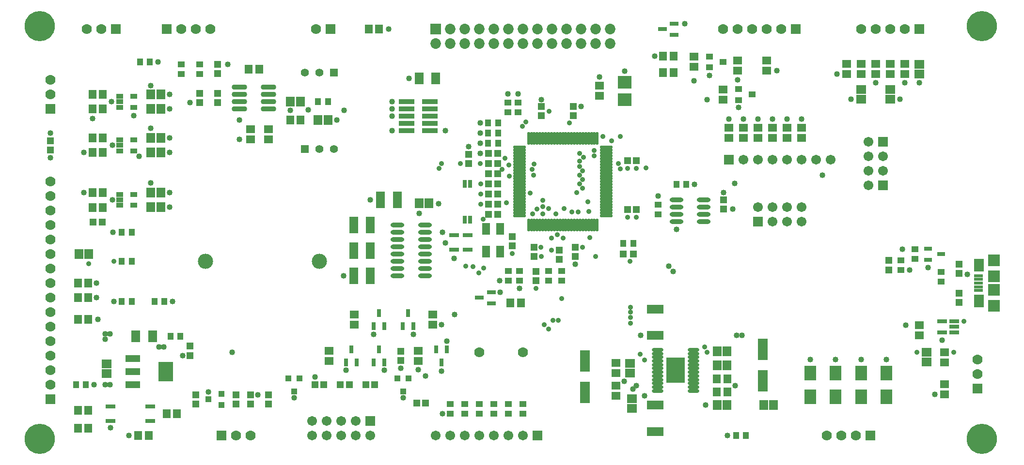
<source format=gts>
G04 Layer_Color=8388736*
%FSLAX25Y25*%
%MOIN*%
G70*
G01*
G75*
%ADD108R,0.04737X0.04343*%
%ADD109R,0.04737X0.04737*%
%ADD110R,0.05918X0.06706*%
%ADD111R,0.05524X0.06312*%
%ADD112R,0.06312X0.05524*%
%ADD113R,0.04343X0.04737*%
%ADD114O,0.10642X0.03556*%
%ADD115R,0.06706X0.03162*%
%ADD116R,0.06706X0.05918*%
%ADD117R,0.05918X0.07887*%
%ADD118R,0.04000X0.04000*%
%ADD119R,0.04000X0.04000*%
%ADD120R,0.04737X0.04737*%
%ADD121R,0.05131X0.03359*%
%ADD122R,0.05328X0.03162*%
%ADD123R,0.08280X0.07887*%
%ADD124R,0.06115X0.02375*%
%ADD125R,0.07099X0.09068*%
%ADD126R,0.08280X0.08280*%
%ADD127R,0.04737X0.05131*%
%ADD128R,0.05918X0.11430*%
%ADD129R,0.05918X0.03162*%
%ADD130R,0.09461X0.08674*%
%ADD131R,0.06509X0.02965*%
%ADD132R,0.03162X0.05524*%
%ADD133R,0.05524X0.07887*%
%ADD134O,0.09461X0.03162*%
%ADD135R,0.03162X0.05328*%
%ADD136R,0.05131X0.04737*%
%ADD137O,0.09068X0.01981*%
%ADD138O,0.01981X0.09068*%
%ADD139R,0.12611X0.17808*%
%ADD140O,0.07887X0.02572*%
%ADD141R,0.11430X0.06312*%
%ADD142R,0.07099X0.14579*%
%ADD143R,0.04540X0.04343*%
%ADD144R,0.04540X0.04343*%
%ADD145R,0.10249X0.04737*%
%ADD146R,0.10249X0.13792*%
%ADD147R,0.06509X0.02965*%
%ADD148R,0.06509X0.02965*%
%ADD149R,0.10642X0.03753*%
%ADD150R,0.07887X0.10249*%
%ADD151C,0.05524*%
%ADD152R,0.05524X0.05524*%
%ADD153C,0.07296*%
%ADD154R,0.07296X0.07296*%
%ADD155C,0.10446*%
%ADD156R,0.06706X0.06706*%
%ADD157C,0.06706*%
%ADD158C,0.20800*%
%ADD159C,0.03600*%
%ADD160R,0.06706X0.06706*%
%ADD161R,0.07000X0.07000*%
%ADD162C,0.07000*%
%ADD163R,0.07000X0.07000*%
%ADD164C,0.04001*%
%ADD165C,0.04000*%
G54D108*
X102500Y224153D02*
D03*
Y230847D02*
D03*
X90000Y224153D02*
D03*
Y230847D02*
D03*
X351500Y88346D02*
D03*
Y81653D02*
D03*
X342500Y88346D02*
D03*
Y81653D02*
D03*
X612500Y87846D02*
D03*
Y81154D02*
D03*
X594500Y103347D02*
D03*
Y96653D02*
D03*
X585000Y95846D02*
D03*
Y89153D02*
D03*
X285000Y-10000D02*
D03*
Y-3307D02*
D03*
X295000Y-10000D02*
D03*
Y-3307D02*
D03*
X305000Y-10000D02*
D03*
Y-3307D02*
D03*
X315000Y-10000D02*
D03*
Y-3307D02*
D03*
X325000Y-10000D02*
D03*
Y-3307D02*
D03*
X275000Y-10000D02*
D03*
Y-3307D02*
D03*
X314500Y197653D02*
D03*
Y204346D02*
D03*
X321500Y197653D02*
D03*
Y204346D02*
D03*
X418051Y134193D02*
D03*
Y127500D02*
D03*
X315000Y81653D02*
D03*
Y88346D02*
D03*
X322500Y81653D02*
D03*
Y88346D02*
D03*
G54D109*
X115000Y224350D02*
D03*
Y230650D02*
D03*
Y210650D02*
D03*
Y204350D02*
D03*
X102500Y210650D02*
D03*
Y204350D02*
D03*
X0Y178150D02*
D03*
Y171850D02*
D03*
X334000Y88150D02*
D03*
Y81850D02*
D03*
X350000Y96500D02*
D03*
Y102799D02*
D03*
X625000Y93150D02*
D03*
Y86850D02*
D03*
Y73150D02*
D03*
Y66850D02*
D03*
X137500Y-3150D02*
D03*
Y3150D02*
D03*
X127500Y-3150D02*
D03*
Y3150D02*
D03*
X100000Y-3150D02*
D03*
Y3150D02*
D03*
X150000Y3150D02*
D03*
Y-3150D02*
D03*
X361000Y104650D02*
D03*
Y98350D02*
D03*
X359500Y195350D02*
D03*
Y201650D02*
D03*
X337500Y195350D02*
D03*
Y201650D02*
D03*
X317500Y112150D02*
D03*
Y105850D02*
D03*
X332500Y104650D02*
D03*
Y98350D02*
D03*
X463051Y131201D02*
D03*
Y137500D02*
D03*
X241000Y26850D02*
D03*
Y33150D02*
D03*
X287500Y162500D02*
D03*
Y168799D02*
D03*
G54D110*
X165154Y205000D02*
D03*
X171846D02*
D03*
X184153Y192500D02*
D03*
X190847D02*
D03*
X26193Y100000D02*
D03*
X19500D02*
D03*
X69153Y170000D02*
D03*
X75846D02*
D03*
X75846Y180000D02*
D03*
X69153D02*
D03*
X69153Y200000D02*
D03*
X75846D02*
D03*
X75846Y210000D02*
D03*
X69153D02*
D03*
X69153Y132500D02*
D03*
X75846D02*
D03*
X75846Y142500D02*
D03*
X69153D02*
D03*
X253740Y135000D02*
D03*
X260433D02*
D03*
X497346Y-4000D02*
D03*
X490654D02*
D03*
X458653Y23500D02*
D03*
X465346D02*
D03*
X458653Y-4000D02*
D03*
X465346D02*
D03*
X465346Y33000D02*
D03*
X458653D02*
D03*
G54D111*
X143543Y227500D02*
D03*
X136457D02*
D03*
X172043Y192500D02*
D03*
X164957D02*
D03*
X26043Y-7500D02*
D03*
X18957D02*
D03*
X36043Y170000D02*
D03*
X28957D02*
D03*
X28957Y180000D02*
D03*
X36043D02*
D03*
X36043Y200000D02*
D03*
X28957D02*
D03*
X28957Y210000D02*
D03*
X36043D02*
D03*
X18957Y80000D02*
D03*
X26043D02*
D03*
X18957Y70000D02*
D03*
X26043D02*
D03*
X36043Y142500D02*
D03*
X28957D02*
D03*
X18957Y55000D02*
D03*
X26043D02*
D03*
X67500Y-25000D02*
D03*
X60413D02*
D03*
X28957Y132000D02*
D03*
X36043D02*
D03*
X87087Y-10000D02*
D03*
X80000D02*
D03*
X18957Y-20000D02*
D03*
X26043D02*
D03*
X428543Y236500D02*
D03*
X421457D02*
D03*
X421457Y225000D02*
D03*
X428543D02*
D03*
X458457Y5000D02*
D03*
X465543D02*
D03*
X465543Y14000D02*
D03*
X458457D02*
D03*
X323543Y66500D02*
D03*
X316457D02*
D03*
X226043Y255000D02*
D03*
X218957D02*
D03*
G54D112*
X137500Y178957D02*
D03*
Y186043D02*
D03*
X150000Y178957D02*
D03*
Y186043D02*
D03*
X597500Y51043D02*
D03*
Y43957D02*
D03*
X377500Y216043D02*
D03*
Y208957D02*
D03*
X209000Y51457D02*
D03*
Y58543D02*
D03*
X191500Y26457D02*
D03*
Y33543D02*
D03*
X263000Y58543D02*
D03*
Y51457D02*
D03*
X253000Y33543D02*
D03*
Y26457D02*
D03*
X389000Y17957D02*
D03*
Y25043D02*
D03*
X389000Y9500D02*
D03*
Y2413D02*
D03*
X615000Y25457D02*
D03*
Y32543D02*
D03*
X615000Y10543D02*
D03*
Y3457D02*
D03*
X442500Y228957D02*
D03*
Y236043D02*
D03*
X557500Y231043D02*
D03*
Y223957D02*
D03*
X462500Y206457D02*
D03*
Y213543D02*
D03*
X577500Y231043D02*
D03*
Y223957D02*
D03*
X466500Y180000D02*
D03*
Y187087D02*
D03*
X476500Y180000D02*
D03*
Y187087D02*
D03*
X486500Y180000D02*
D03*
Y187087D02*
D03*
X496500Y180000D02*
D03*
Y187087D02*
D03*
X506500Y180000D02*
D03*
Y187087D02*
D03*
X516500Y180000D02*
D03*
Y187087D02*
D03*
X472500Y226457D02*
D03*
Y233543D02*
D03*
X547500Y231043D02*
D03*
Y223957D02*
D03*
X567500Y231043D02*
D03*
Y223957D02*
D03*
X587500Y231043D02*
D03*
Y223957D02*
D03*
X492500Y226457D02*
D03*
Y233543D02*
D03*
G54D113*
X49154Y115000D02*
D03*
X55847D02*
D03*
X471654Y-25000D02*
D03*
X478346D02*
D03*
X78347Y67500D02*
D03*
X71653D02*
D03*
X17654Y10000D02*
D03*
X24347D02*
D03*
X68347Y232500D02*
D03*
X61654D02*
D03*
X55847Y67500D02*
D03*
X49154D02*
D03*
X49154Y95000D02*
D03*
X55847D02*
D03*
X184153Y205000D02*
D03*
X190847D02*
D03*
X430500Y148000D02*
D03*
X437193D02*
D03*
X307846Y176500D02*
D03*
X301153D02*
D03*
X307846Y190500D02*
D03*
X301153D02*
D03*
X307846Y183500D02*
D03*
X301153D02*
D03*
X394153Y107500D02*
D03*
X400846D02*
D03*
X82653Y43500D02*
D03*
X89346D02*
D03*
G54D114*
X150000Y200000D02*
D03*
Y205000D02*
D03*
Y210000D02*
D03*
Y215000D02*
D03*
X130000Y200000D02*
D03*
Y205000D02*
D03*
Y210000D02*
D03*
Y215000D02*
D03*
G54D115*
X41201Y-5000D02*
D03*
Y-15000D02*
D03*
X68761D02*
D03*
X68800Y-5000D02*
D03*
G54D116*
X602500Y25654D02*
D03*
Y32346D02*
D03*
X398500Y18154D02*
D03*
Y24846D02*
D03*
X400000Y347D02*
D03*
Y-6346D02*
D03*
X597500Y224153D02*
D03*
Y230847D02*
D03*
X557500Y206653D02*
D03*
Y213347D02*
D03*
X577500Y206653D02*
D03*
Y213347D02*
D03*
X38500Y17653D02*
D03*
Y24346D02*
D03*
G54D117*
X253583Y221000D02*
D03*
X265000D02*
D03*
X70209Y43500D02*
D03*
X58791D02*
D03*
G54D118*
X246250Y14500D02*
D03*
X238750D02*
D03*
X242500Y5500D02*
D03*
X171250Y14500D02*
D03*
X163750D02*
D03*
X167500Y5500D02*
D03*
G54D119*
X117500Y-3750D02*
D03*
Y3750D02*
D03*
X108500Y0D02*
D03*
G54D120*
X307650Y127500D02*
D03*
X301350D02*
D03*
X307650Y148500D02*
D03*
X301350D02*
D03*
X307650Y141500D02*
D03*
X301350D02*
D03*
X307650Y134500D02*
D03*
X301350D02*
D03*
X35650Y122000D02*
D03*
X29350D02*
D03*
X188150Y10000D02*
D03*
X181850D02*
D03*
X199350D02*
D03*
X205650D02*
D03*
X216850D02*
D03*
X223150D02*
D03*
X251850Y-2500D02*
D03*
X258150D02*
D03*
X307650Y162500D02*
D03*
X301350D02*
D03*
X307650Y155500D02*
D03*
X301350D02*
D03*
X307650Y169500D02*
D03*
X301350D02*
D03*
X396850Y164300D02*
D03*
X403150D02*
D03*
X396850Y130900D02*
D03*
X403150D02*
D03*
G54D121*
X57224Y178740D02*
D03*
Y171260D02*
D03*
X47776D02*
D03*
Y175000D02*
D03*
Y178740D02*
D03*
X57224Y208740D02*
D03*
Y201260D02*
D03*
X47776D02*
D03*
Y205000D02*
D03*
Y208740D02*
D03*
X57224Y141240D02*
D03*
Y133760D02*
D03*
X47776D02*
D03*
Y137500D02*
D03*
Y141240D02*
D03*
G54D122*
X612500Y100000D02*
D03*
X603642Y96260D02*
D03*
Y103740D02*
D03*
G54D123*
X648832Y95866D02*
D03*
Y64370D02*
D03*
G54D124*
X638300Y75000D02*
D03*
Y77559D02*
D03*
Y85236D02*
D03*
Y82677D02*
D03*
Y80118D02*
D03*
G54D125*
X638792Y67913D02*
D03*
Y92323D02*
D03*
G54D126*
X648832Y75394D02*
D03*
Y84842D02*
D03*
G54D127*
X576500Y89153D02*
D03*
Y95846D02*
D03*
X96000Y30154D02*
D03*
Y36846D02*
D03*
G54D128*
X220000Y85000D02*
D03*
X208583D02*
D03*
Y102500D02*
D03*
X220000D02*
D03*
X227083Y137500D02*
D03*
X238500D02*
D03*
X208583Y120000D02*
D03*
X220000D02*
D03*
G54D129*
X420866Y255000D02*
D03*
X429134Y258740D02*
D03*
Y251260D02*
D03*
X295000Y70000D02*
D03*
X303268Y73740D02*
D03*
Y66260D02*
D03*
G54D130*
X395000Y206594D02*
D03*
Y218406D02*
D03*
G54D131*
X287000Y113000D02*
D03*
X277748D02*
D03*
X287000Y103000D02*
D03*
X277748D02*
D03*
G54D132*
X285000Y148500D02*
D03*
Y123697D02*
D03*
X288543D02*
D03*
Y148500D02*
D03*
G54D133*
X309224Y117374D02*
D03*
Y101626D02*
D03*
X299776D02*
D03*
Y117374D02*
D03*
G54D134*
X449449Y122500D02*
D03*
Y127500D02*
D03*
Y132500D02*
D03*
Y137500D02*
D03*
X430551Y122500D02*
D03*
Y127500D02*
D03*
Y132500D02*
D03*
Y137500D02*
D03*
X257500Y85000D02*
D03*
Y90000D02*
D03*
Y95000D02*
D03*
Y100000D02*
D03*
Y105000D02*
D03*
Y110000D02*
D03*
Y115000D02*
D03*
Y120000D02*
D03*
X238602Y85000D02*
D03*
Y90000D02*
D03*
Y95000D02*
D03*
Y100000D02*
D03*
Y105000D02*
D03*
Y110000D02*
D03*
Y115000D02*
D03*
Y120000D02*
D03*
G54D135*
X226000Y59429D02*
D03*
X229740Y50571D02*
D03*
X222260D02*
D03*
X207000Y34429D02*
D03*
X210740Y25571D02*
D03*
X203260D02*
D03*
X246000Y59429D02*
D03*
X249740Y50571D02*
D03*
X242260D02*
D03*
X226000Y34429D02*
D03*
X229740Y25571D02*
D03*
X222260D02*
D03*
X269000Y25571D02*
D03*
X265260Y34429D02*
D03*
X272740D02*
D03*
G54D136*
X394153Y100000D02*
D03*
X400846D02*
D03*
G54D137*
X322579Y173622D02*
D03*
Y171653D02*
D03*
Y169685D02*
D03*
Y167717D02*
D03*
Y165748D02*
D03*
Y163779D02*
D03*
Y161811D02*
D03*
Y159843D02*
D03*
Y157874D02*
D03*
Y155905D02*
D03*
Y153937D02*
D03*
Y151969D02*
D03*
Y150000D02*
D03*
Y148031D02*
D03*
Y146063D02*
D03*
Y144095D02*
D03*
Y142126D02*
D03*
Y140157D02*
D03*
Y138189D02*
D03*
Y136221D02*
D03*
Y134252D02*
D03*
Y132283D02*
D03*
Y130315D02*
D03*
Y128347D02*
D03*
Y126378D02*
D03*
X382421D02*
D03*
Y128347D02*
D03*
Y130315D02*
D03*
Y132283D02*
D03*
Y134252D02*
D03*
Y136221D02*
D03*
Y138189D02*
D03*
Y140157D02*
D03*
Y142126D02*
D03*
Y144095D02*
D03*
Y146063D02*
D03*
Y148031D02*
D03*
Y150000D02*
D03*
Y151969D02*
D03*
Y153937D02*
D03*
Y155905D02*
D03*
Y157874D02*
D03*
Y159843D02*
D03*
Y161811D02*
D03*
Y163779D02*
D03*
Y165748D02*
D03*
Y167717D02*
D03*
Y169685D02*
D03*
Y171653D02*
D03*
Y173622D02*
D03*
G54D138*
X328878Y120079D02*
D03*
X330847D02*
D03*
X332815D02*
D03*
X334784D02*
D03*
X336752D02*
D03*
X338720D02*
D03*
X340689D02*
D03*
X342657D02*
D03*
X344626D02*
D03*
X346595D02*
D03*
X348563D02*
D03*
X350532D02*
D03*
X352500D02*
D03*
X354468D02*
D03*
X356437D02*
D03*
X358405D02*
D03*
X360374D02*
D03*
X362343D02*
D03*
X364311D02*
D03*
X366280D02*
D03*
X368248D02*
D03*
X370216D02*
D03*
X372185D02*
D03*
X374153D02*
D03*
X376122D02*
D03*
Y179921D02*
D03*
X374153D02*
D03*
X372185D02*
D03*
X370216D02*
D03*
X368248D02*
D03*
X366280D02*
D03*
X364311D02*
D03*
X362343D02*
D03*
X360374D02*
D03*
X358405D02*
D03*
X356437D02*
D03*
X354468D02*
D03*
X352500D02*
D03*
X350532D02*
D03*
X348563D02*
D03*
X346595D02*
D03*
X344626D02*
D03*
X342657D02*
D03*
X340689D02*
D03*
X338720D02*
D03*
X336752D02*
D03*
X334784D02*
D03*
X332815D02*
D03*
X330847D02*
D03*
X328878D02*
D03*
G54D139*
X430000Y20000D02*
D03*
G54D140*
X442205Y5925D02*
D03*
Y8484D02*
D03*
Y11043D02*
D03*
Y13602D02*
D03*
Y16161D02*
D03*
Y18721D02*
D03*
Y21280D02*
D03*
Y23839D02*
D03*
Y26398D02*
D03*
Y28957D02*
D03*
Y31516D02*
D03*
Y34075D02*
D03*
X417795Y5925D02*
D03*
Y8484D02*
D03*
Y11043D02*
D03*
Y13602D02*
D03*
Y16161D02*
D03*
Y18721D02*
D03*
Y21280D02*
D03*
Y23839D02*
D03*
Y26398D02*
D03*
Y28957D02*
D03*
Y31516D02*
D03*
Y34075D02*
D03*
G54D141*
X416000Y-4000D02*
D03*
Y-22110D02*
D03*
Y44000D02*
D03*
Y62110D02*
D03*
G54D142*
X490000Y12719D02*
D03*
Y34282D02*
D03*
X367500Y26281D02*
D03*
Y4719D02*
D03*
G54D143*
X453248Y236240D02*
D03*
Y228760D02*
D03*
X473248Y213740D02*
D03*
Y206260D02*
D03*
G54D144*
X462500Y232500D02*
D03*
X482500Y210000D02*
D03*
G54D145*
X56583Y28055D02*
D03*
Y19000D02*
D03*
Y9945D02*
D03*
G54D146*
X79417Y19000D02*
D03*
G54D147*
X621732Y46260D02*
D03*
G54D148*
X621732Y50000D02*
D03*
Y53740D02*
D03*
X613268D02*
D03*
Y46260D02*
D03*
G54D149*
X245000Y205000D02*
D03*
Y200000D02*
D03*
Y195000D02*
D03*
Y190000D02*
D03*
Y185000D02*
D03*
X261000D02*
D03*
Y190000D02*
D03*
Y195000D02*
D03*
Y200000D02*
D03*
Y205000D02*
D03*
G54D150*
X522500Y1929D02*
D03*
Y18071D02*
D03*
X575000Y1929D02*
D03*
Y18071D02*
D03*
X557500Y1929D02*
D03*
Y18071D02*
D03*
X540000Y1929D02*
D03*
Y18071D02*
D03*
G54D151*
X175000Y225000D02*
D03*
X185000D02*
D03*
X195000Y172500D02*
D03*
X185000D02*
D03*
G54D152*
X195000Y225000D02*
D03*
X175000Y172500D02*
D03*
G54D153*
X385000Y255000D02*
D03*
Y245000D02*
D03*
X375000Y255000D02*
D03*
Y245000D02*
D03*
X365000Y255000D02*
D03*
Y245000D02*
D03*
X355000Y255000D02*
D03*
Y245000D02*
D03*
X345000Y255000D02*
D03*
Y245000D02*
D03*
X335000Y255000D02*
D03*
Y245000D02*
D03*
X325000Y255000D02*
D03*
Y245000D02*
D03*
X315000Y255000D02*
D03*
Y245000D02*
D03*
X305000Y255000D02*
D03*
Y245000D02*
D03*
X295000Y255000D02*
D03*
Y245000D02*
D03*
X285000Y255000D02*
D03*
Y245000D02*
D03*
X275000Y255000D02*
D03*
Y245000D02*
D03*
X265000D02*
D03*
G54D154*
Y255000D02*
D03*
G54D155*
X106653Y95000D02*
D03*
X185000D02*
D03*
G54D156*
X572500Y147500D02*
D03*
Y177500D02*
D03*
G54D157*
Y157500D02*
D03*
Y167500D02*
D03*
X562500Y147500D02*
D03*
Y157500D02*
D03*
Y167500D02*
D03*
Y177500D02*
D03*
X486500Y132500D02*
D03*
X496500Y122500D02*
D03*
Y132500D02*
D03*
X506500Y122500D02*
D03*
Y132500D02*
D03*
X516500Y122500D02*
D03*
Y132500D02*
D03*
X210000Y-15000D02*
D03*
X200000D02*
D03*
X190000D02*
D03*
X180000D02*
D03*
X220000Y-25000D02*
D03*
X210000D02*
D03*
X200000D02*
D03*
X190000D02*
D03*
X180000D02*
D03*
X265000D02*
D03*
X275000D02*
D03*
X285000D02*
D03*
X295000D02*
D03*
X305000D02*
D03*
X315000D02*
D03*
X325000D02*
D03*
X476500Y165000D02*
D03*
X486500D02*
D03*
X496500D02*
D03*
X506500D02*
D03*
X516500D02*
D03*
X526500D02*
D03*
X536500D02*
D03*
G54D158*
X-7500Y257000D02*
D03*
Y-27200D02*
D03*
X640700D02*
D03*
Y257000D02*
D03*
G54D159*
X-2000Y251500D02*
D03*
X-13000D02*
D03*
X-2000Y262500D02*
D03*
X-13000D02*
D03*
X-15500Y257000D02*
D03*
X-7500Y249000D02*
D03*
X500Y257000D02*
D03*
X-7500Y265000D02*
D03*
Y-19200D02*
D03*
X500Y-27200D02*
D03*
X-7500Y-35200D02*
D03*
X-15500Y-27200D02*
D03*
X-13000Y-21700D02*
D03*
X-2000D02*
D03*
X-13000Y-32700D02*
D03*
X-2000D02*
D03*
X640700Y-19200D02*
D03*
X648700Y-27200D02*
D03*
X640700Y-35200D02*
D03*
X632700Y-27200D02*
D03*
X635200Y-21700D02*
D03*
X646200D02*
D03*
X635200Y-32700D02*
D03*
X646200D02*
D03*
X640700Y265000D02*
D03*
X648700Y257000D02*
D03*
X640700Y249000D02*
D03*
X632700Y257000D02*
D03*
X635200Y262500D02*
D03*
X646200D02*
D03*
X635200Y251500D02*
D03*
X646200D02*
D03*
X26193Y93307D02*
D03*
X595847Y32346D02*
D03*
X621457Y32543D02*
D03*
X403150Y125550D02*
D03*
X396850Y125550D02*
D03*
X403150Y158950D02*
D03*
X396850Y158950D02*
D03*
X374000Y167700D02*
D03*
X366500Y166800D02*
D03*
X366000Y157500D02*
D03*
X310600Y158400D02*
D03*
X315200Y161600D02*
D03*
X282100Y162500D02*
D03*
X269100Y162400D02*
D03*
X267300Y159000D02*
D03*
X370216Y129417D02*
D03*
X371100Y111300D02*
D03*
X369820Y136221D02*
D03*
X331800Y127700D02*
D03*
X338800Y137000D02*
D03*
X363000Y129000D02*
D03*
X334700Y131100D02*
D03*
X331400Y158500D02*
D03*
X450000Y36000D02*
D03*
X451500Y32500D02*
D03*
X357000Y190500D02*
D03*
X392000Y181000D02*
D03*
X390500Y162500D02*
D03*
X392000Y158900D02*
D03*
X409500Y159500D02*
D03*
X380000Y181000D02*
D03*
X386000Y178000D02*
D03*
X343000Y198500D02*
D03*
X332600Y162100D02*
D03*
X352500Y111200D02*
D03*
X348563Y113337D02*
D03*
X344626Y111174D02*
D03*
X317500Y100500D02*
D03*
X296000Y148500D02*
D03*
Y141500D02*
D03*
Y134500D02*
D03*
X297500Y124000D02*
D03*
X334000Y76500D02*
D03*
X366150Y104650D02*
D03*
X337500Y98350D02*
D03*
X295500Y162500D02*
D03*
X315563Y153937D02*
D03*
X312500Y166000D02*
D03*
X313700Y135300D02*
D03*
X332400Y154600D02*
D03*
X337350Y104650D02*
D03*
X344701Y102799D02*
D03*
X342600Y131400D02*
D03*
X374000Y171500D02*
D03*
X364000Y164100D02*
D03*
Y169500D02*
D03*
Y160500D02*
D03*
X347500Y127800D02*
D03*
X358500Y129000D02*
D03*
X327000Y191000D02*
D03*
X324500Y188000D02*
D03*
X338720Y127720D02*
D03*
X364000Y148500D02*
D03*
X366000Y145500D02*
D03*
Y151500D02*
D03*
X364000Y154500D02*
D03*
X351800Y69500D02*
D03*
X338800Y132700D02*
D03*
X362000Y142500D02*
D03*
X285600Y91800D02*
D03*
X294700Y87100D02*
D03*
X290800Y91500D02*
D03*
X297900Y90600D02*
D03*
X405500Y31000D02*
D03*
X408500Y27100D02*
D03*
X398500Y95000D02*
D03*
X399000Y63600D02*
D03*
X374900Y98500D02*
D03*
X342500Y48500D02*
D03*
X349400Y54600D02*
D03*
X339500Y51500D02*
D03*
X345600Y54600D02*
D03*
X399000Y60000D02*
D03*
Y56400D02*
D03*
Y52600D02*
D03*
X330074Y142126D02*
D03*
X353300Y131500D02*
D03*
X628260Y53740D02*
D03*
X43500Y95000D02*
D03*
G54D160*
X486500Y122500D02*
D03*
X220000Y-15000D02*
D03*
X335000Y-25000D02*
D03*
X466500Y165000D02*
D03*
G54D161*
X0Y200000D02*
D03*
Y0D02*
D03*
X637500Y7500D02*
D03*
G54D162*
X0Y210000D02*
D03*
Y220000D02*
D03*
X35000Y255000D02*
D03*
X25000D02*
D03*
X0Y50000D02*
D03*
Y20000D02*
D03*
Y10000D02*
D03*
Y30000D02*
D03*
Y40000D02*
D03*
Y90000D02*
D03*
Y80000D02*
D03*
Y60000D02*
D03*
Y70000D02*
D03*
Y100000D02*
D03*
Y140000D02*
D03*
Y130000D02*
D03*
Y110000D02*
D03*
Y120000D02*
D03*
Y150000D02*
D03*
X127500Y-25000D02*
D03*
X137500D02*
D03*
X110000Y255000D02*
D03*
X100000D02*
D03*
X90000D02*
D03*
X534000Y-25000D02*
D03*
X544000D02*
D03*
X554000D02*
D03*
X182500Y255000D02*
D03*
X325000Y32500D02*
D03*
X295000D02*
D03*
X637500Y17500D02*
D03*
Y27500D02*
D03*
X577500Y255000D02*
D03*
X587500D02*
D03*
X567500D02*
D03*
X557500D02*
D03*
X462500D02*
D03*
X492500D02*
D03*
X502500D02*
D03*
X482500D02*
D03*
X472500D02*
D03*
G54D163*
X45000D02*
D03*
X117500Y-25000D02*
D03*
X80000Y255000D02*
D03*
X564000Y-25000D02*
D03*
X192500Y255000D02*
D03*
X597500D02*
D03*
X512500D02*
D03*
G54D164*
X432756Y25118D02*
D03*
Y20000D02*
D03*
X427244Y14882D02*
D03*
Y20000D02*
D03*
X432756Y14882D02*
D03*
G54D165*
X427244Y25118D02*
D03*
X37500Y10000D02*
D03*
X41000D02*
D03*
Y45000D02*
D03*
X37500D02*
D03*
Y41500D02*
D03*
X78000Y36000D02*
D03*
X74500D02*
D03*
X400500Y7000D02*
D03*
X403000Y9500D02*
D03*
X475500Y44000D02*
D03*
X472000D02*
D03*
X121850Y230650D02*
D03*
X96150Y204350D02*
D03*
X32500Y55000D02*
D03*
X30000Y10000D02*
D03*
X41201Y-19701D02*
D03*
X54000Y-25000D02*
D03*
X465500D02*
D03*
X588457Y51043D02*
D03*
X167500Y1000D02*
D03*
X258150Y16150D02*
D03*
X242500Y1000D02*
D03*
X108500Y5000D02*
D03*
X246500Y221000D02*
D03*
X235000Y205000D02*
D03*
X443000Y148000D02*
D03*
X436240Y258740D02*
D03*
X415500Y236500D02*
D03*
X395000Y226000D02*
D03*
X377500Y222000D02*
D03*
X442500Y219300D02*
D03*
X428300Y88200D02*
D03*
X451800Y206500D02*
D03*
X425400Y91900D02*
D03*
X361000Y93000D02*
D03*
X278000Y58600D02*
D03*
X272740Y40140D02*
D03*
X235000Y185000D02*
D03*
Y200000D02*
D03*
X430551Y116949D02*
D03*
X364850Y201650D02*
D03*
X337500Y206500D02*
D03*
X630500Y86200D02*
D03*
X469299Y131201D02*
D03*
X453248Y223252D02*
D03*
X472500Y220000D02*
D03*
X499543Y226457D02*
D03*
X473248Y201252D02*
D03*
X550654Y206653D02*
D03*
X584346D02*
D03*
X597500Y218000D02*
D03*
X587500Y218000D02*
D03*
X567500Y218000D02*
D03*
X540957Y223957D02*
D03*
X516500Y193000D02*
D03*
X506500D02*
D03*
X496500D02*
D03*
X486500D02*
D03*
X476500D02*
D03*
X466500D02*
D03*
X608457Y3457D02*
D03*
X590846Y89153D02*
D03*
X603642Y90858D02*
D03*
X322500Y76500D02*
D03*
X309154Y81653D02*
D03*
X309260Y73740D02*
D03*
X269043Y51457D02*
D03*
X287500Y174000D02*
D03*
X295500Y169500D02*
D03*
Y176500D02*
D03*
Y183500D02*
D03*
Y190500D02*
D03*
X321500Y210500D02*
D03*
X314500D02*
D03*
X277748Y97252D02*
D03*
X269500Y115000D02*
D03*
X253740Y128240D02*
D03*
X267106Y134606D02*
D03*
X220087Y137500D02*
D03*
X201791Y85000D02*
D03*
X232500Y255000D02*
D03*
X23000Y142500D02*
D03*
Y170000D02*
D03*
X69153Y149153D02*
D03*
Y186653D02*
D03*
X82000Y132500D02*
D03*
Y142500D02*
D03*
Y170000D02*
D03*
Y180000D02*
D03*
Y200000D02*
D03*
X0Y166500D02*
D03*
Y183500D02*
D03*
X91154Y30154D02*
D03*
X31500Y80000D02*
D03*
X203260Y20240D02*
D03*
X142650Y3150D02*
D03*
X229740Y20260D02*
D03*
X241000Y21500D02*
D03*
X253000Y20500D02*
D03*
X269000Y19500D02*
D03*
X42000Y205000D02*
D03*
X28957Y193457D02*
D03*
X82000Y210000D02*
D03*
X181850Y15350D02*
D03*
X269500Y-10000D02*
D03*
X222260Y44760D02*
D03*
X249740Y44740D02*
D03*
X394800Y12300D02*
D03*
X408500Y2500D02*
D03*
X471000Y9500D02*
D03*
X450500Y-4000D02*
D03*
X522500Y27500D02*
D03*
X540000D02*
D03*
X557500D02*
D03*
X575000D02*
D03*
X42500Y175000D02*
D03*
X69153Y216154D02*
D03*
X57224Y195476D02*
D03*
X60884Y167600D02*
D03*
X235000Y195000D02*
D03*
X271500Y185000D02*
D03*
X418051Y140051D02*
D03*
X586100Y103500D02*
D03*
X463051Y142551D02*
D03*
X531100Y154500D02*
D03*
X271800Y107700D02*
D03*
X470500Y148700D02*
D03*
X406000Y44000D02*
D03*
X613268Y40768D02*
D03*
X31500Y70000D02*
D03*
X42500Y137500D02*
D03*
X125000Y32500D02*
D03*
X84000Y67500D02*
D03*
X43500D02*
D03*
X74000Y232500D02*
D03*
X43000Y115000D02*
D03*
X130000Y192500D02*
D03*
X130043Y178957D02*
D03*
X165154Y199153D02*
D03*
X177347Y199500D02*
D03*
X197000Y192500D02*
D03*
X202000Y199000D02*
D03*
M02*

</source>
